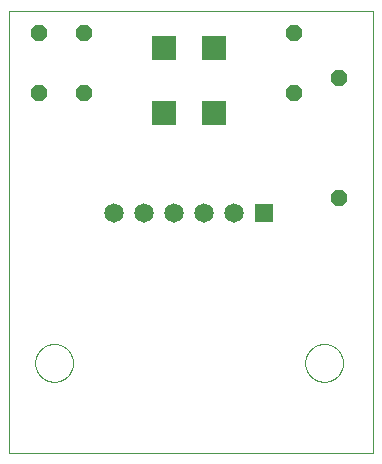
<source format=gtl>
G75*
%MOIN*%
%OFA0B0*%
%FSLAX25Y25*%
%IPPOS*%
%LPD*%
%AMOC8*
5,1,8,0,0,1.08239X$1,22.5*
%
%ADD10C,0.00000*%
%ADD11OC8,0.05200*%
%ADD12R,0.08268X0.08268*%
%ADD13R,0.06457X0.06457*%
%ADD14C,0.06457*%
D10*
X0003531Y0001800D02*
X0003531Y0149261D01*
X0124732Y0149261D01*
X0124732Y0001800D01*
X0003531Y0001800D01*
X0012232Y0031800D02*
X0012234Y0031958D01*
X0012240Y0032116D01*
X0012250Y0032274D01*
X0012264Y0032432D01*
X0012282Y0032589D01*
X0012303Y0032746D01*
X0012329Y0032902D01*
X0012359Y0033058D01*
X0012392Y0033213D01*
X0012430Y0033366D01*
X0012471Y0033519D01*
X0012516Y0033671D01*
X0012565Y0033822D01*
X0012618Y0033971D01*
X0012674Y0034119D01*
X0012734Y0034265D01*
X0012798Y0034410D01*
X0012866Y0034553D01*
X0012937Y0034695D01*
X0013011Y0034835D01*
X0013089Y0034972D01*
X0013171Y0035108D01*
X0013255Y0035242D01*
X0013344Y0035373D01*
X0013435Y0035502D01*
X0013530Y0035629D01*
X0013627Y0035754D01*
X0013728Y0035876D01*
X0013832Y0035995D01*
X0013939Y0036112D01*
X0014049Y0036226D01*
X0014162Y0036337D01*
X0014277Y0036446D01*
X0014395Y0036551D01*
X0014516Y0036653D01*
X0014639Y0036753D01*
X0014765Y0036849D01*
X0014893Y0036942D01*
X0015023Y0037032D01*
X0015156Y0037118D01*
X0015291Y0037202D01*
X0015427Y0037281D01*
X0015566Y0037358D01*
X0015707Y0037430D01*
X0015849Y0037500D01*
X0015993Y0037565D01*
X0016139Y0037627D01*
X0016286Y0037685D01*
X0016435Y0037740D01*
X0016585Y0037791D01*
X0016736Y0037838D01*
X0016888Y0037881D01*
X0017041Y0037920D01*
X0017196Y0037956D01*
X0017351Y0037987D01*
X0017507Y0038015D01*
X0017663Y0038039D01*
X0017820Y0038059D01*
X0017978Y0038075D01*
X0018135Y0038087D01*
X0018294Y0038095D01*
X0018452Y0038099D01*
X0018610Y0038099D01*
X0018768Y0038095D01*
X0018927Y0038087D01*
X0019084Y0038075D01*
X0019242Y0038059D01*
X0019399Y0038039D01*
X0019555Y0038015D01*
X0019711Y0037987D01*
X0019866Y0037956D01*
X0020021Y0037920D01*
X0020174Y0037881D01*
X0020326Y0037838D01*
X0020477Y0037791D01*
X0020627Y0037740D01*
X0020776Y0037685D01*
X0020923Y0037627D01*
X0021069Y0037565D01*
X0021213Y0037500D01*
X0021355Y0037430D01*
X0021496Y0037358D01*
X0021635Y0037281D01*
X0021771Y0037202D01*
X0021906Y0037118D01*
X0022039Y0037032D01*
X0022169Y0036942D01*
X0022297Y0036849D01*
X0022423Y0036753D01*
X0022546Y0036653D01*
X0022667Y0036551D01*
X0022785Y0036446D01*
X0022900Y0036337D01*
X0023013Y0036226D01*
X0023123Y0036112D01*
X0023230Y0035995D01*
X0023334Y0035876D01*
X0023435Y0035754D01*
X0023532Y0035629D01*
X0023627Y0035502D01*
X0023718Y0035373D01*
X0023807Y0035242D01*
X0023891Y0035108D01*
X0023973Y0034972D01*
X0024051Y0034835D01*
X0024125Y0034695D01*
X0024196Y0034553D01*
X0024264Y0034410D01*
X0024328Y0034265D01*
X0024388Y0034119D01*
X0024444Y0033971D01*
X0024497Y0033822D01*
X0024546Y0033671D01*
X0024591Y0033519D01*
X0024632Y0033366D01*
X0024670Y0033213D01*
X0024703Y0033058D01*
X0024733Y0032902D01*
X0024759Y0032746D01*
X0024780Y0032589D01*
X0024798Y0032432D01*
X0024812Y0032274D01*
X0024822Y0032116D01*
X0024828Y0031958D01*
X0024830Y0031800D01*
X0024828Y0031642D01*
X0024822Y0031484D01*
X0024812Y0031326D01*
X0024798Y0031168D01*
X0024780Y0031011D01*
X0024759Y0030854D01*
X0024733Y0030698D01*
X0024703Y0030542D01*
X0024670Y0030387D01*
X0024632Y0030234D01*
X0024591Y0030081D01*
X0024546Y0029929D01*
X0024497Y0029778D01*
X0024444Y0029629D01*
X0024388Y0029481D01*
X0024328Y0029335D01*
X0024264Y0029190D01*
X0024196Y0029047D01*
X0024125Y0028905D01*
X0024051Y0028765D01*
X0023973Y0028628D01*
X0023891Y0028492D01*
X0023807Y0028358D01*
X0023718Y0028227D01*
X0023627Y0028098D01*
X0023532Y0027971D01*
X0023435Y0027846D01*
X0023334Y0027724D01*
X0023230Y0027605D01*
X0023123Y0027488D01*
X0023013Y0027374D01*
X0022900Y0027263D01*
X0022785Y0027154D01*
X0022667Y0027049D01*
X0022546Y0026947D01*
X0022423Y0026847D01*
X0022297Y0026751D01*
X0022169Y0026658D01*
X0022039Y0026568D01*
X0021906Y0026482D01*
X0021771Y0026398D01*
X0021635Y0026319D01*
X0021496Y0026242D01*
X0021355Y0026170D01*
X0021213Y0026100D01*
X0021069Y0026035D01*
X0020923Y0025973D01*
X0020776Y0025915D01*
X0020627Y0025860D01*
X0020477Y0025809D01*
X0020326Y0025762D01*
X0020174Y0025719D01*
X0020021Y0025680D01*
X0019866Y0025644D01*
X0019711Y0025613D01*
X0019555Y0025585D01*
X0019399Y0025561D01*
X0019242Y0025541D01*
X0019084Y0025525D01*
X0018927Y0025513D01*
X0018768Y0025505D01*
X0018610Y0025501D01*
X0018452Y0025501D01*
X0018294Y0025505D01*
X0018135Y0025513D01*
X0017978Y0025525D01*
X0017820Y0025541D01*
X0017663Y0025561D01*
X0017507Y0025585D01*
X0017351Y0025613D01*
X0017196Y0025644D01*
X0017041Y0025680D01*
X0016888Y0025719D01*
X0016736Y0025762D01*
X0016585Y0025809D01*
X0016435Y0025860D01*
X0016286Y0025915D01*
X0016139Y0025973D01*
X0015993Y0026035D01*
X0015849Y0026100D01*
X0015707Y0026170D01*
X0015566Y0026242D01*
X0015427Y0026319D01*
X0015291Y0026398D01*
X0015156Y0026482D01*
X0015023Y0026568D01*
X0014893Y0026658D01*
X0014765Y0026751D01*
X0014639Y0026847D01*
X0014516Y0026947D01*
X0014395Y0027049D01*
X0014277Y0027154D01*
X0014162Y0027263D01*
X0014049Y0027374D01*
X0013939Y0027488D01*
X0013832Y0027605D01*
X0013728Y0027724D01*
X0013627Y0027846D01*
X0013530Y0027971D01*
X0013435Y0028098D01*
X0013344Y0028227D01*
X0013255Y0028358D01*
X0013171Y0028492D01*
X0013089Y0028628D01*
X0013011Y0028765D01*
X0012937Y0028905D01*
X0012866Y0029047D01*
X0012798Y0029190D01*
X0012734Y0029335D01*
X0012674Y0029481D01*
X0012618Y0029629D01*
X0012565Y0029778D01*
X0012516Y0029929D01*
X0012471Y0030081D01*
X0012430Y0030234D01*
X0012392Y0030387D01*
X0012359Y0030542D01*
X0012329Y0030698D01*
X0012303Y0030854D01*
X0012282Y0031011D01*
X0012264Y0031168D01*
X0012250Y0031326D01*
X0012240Y0031484D01*
X0012234Y0031642D01*
X0012232Y0031800D01*
X0102232Y0031800D02*
X0102234Y0031958D01*
X0102240Y0032116D01*
X0102250Y0032274D01*
X0102264Y0032432D01*
X0102282Y0032589D01*
X0102303Y0032746D01*
X0102329Y0032902D01*
X0102359Y0033058D01*
X0102392Y0033213D01*
X0102430Y0033366D01*
X0102471Y0033519D01*
X0102516Y0033671D01*
X0102565Y0033822D01*
X0102618Y0033971D01*
X0102674Y0034119D01*
X0102734Y0034265D01*
X0102798Y0034410D01*
X0102866Y0034553D01*
X0102937Y0034695D01*
X0103011Y0034835D01*
X0103089Y0034972D01*
X0103171Y0035108D01*
X0103255Y0035242D01*
X0103344Y0035373D01*
X0103435Y0035502D01*
X0103530Y0035629D01*
X0103627Y0035754D01*
X0103728Y0035876D01*
X0103832Y0035995D01*
X0103939Y0036112D01*
X0104049Y0036226D01*
X0104162Y0036337D01*
X0104277Y0036446D01*
X0104395Y0036551D01*
X0104516Y0036653D01*
X0104639Y0036753D01*
X0104765Y0036849D01*
X0104893Y0036942D01*
X0105023Y0037032D01*
X0105156Y0037118D01*
X0105291Y0037202D01*
X0105427Y0037281D01*
X0105566Y0037358D01*
X0105707Y0037430D01*
X0105849Y0037500D01*
X0105993Y0037565D01*
X0106139Y0037627D01*
X0106286Y0037685D01*
X0106435Y0037740D01*
X0106585Y0037791D01*
X0106736Y0037838D01*
X0106888Y0037881D01*
X0107041Y0037920D01*
X0107196Y0037956D01*
X0107351Y0037987D01*
X0107507Y0038015D01*
X0107663Y0038039D01*
X0107820Y0038059D01*
X0107978Y0038075D01*
X0108135Y0038087D01*
X0108294Y0038095D01*
X0108452Y0038099D01*
X0108610Y0038099D01*
X0108768Y0038095D01*
X0108927Y0038087D01*
X0109084Y0038075D01*
X0109242Y0038059D01*
X0109399Y0038039D01*
X0109555Y0038015D01*
X0109711Y0037987D01*
X0109866Y0037956D01*
X0110021Y0037920D01*
X0110174Y0037881D01*
X0110326Y0037838D01*
X0110477Y0037791D01*
X0110627Y0037740D01*
X0110776Y0037685D01*
X0110923Y0037627D01*
X0111069Y0037565D01*
X0111213Y0037500D01*
X0111355Y0037430D01*
X0111496Y0037358D01*
X0111635Y0037281D01*
X0111771Y0037202D01*
X0111906Y0037118D01*
X0112039Y0037032D01*
X0112169Y0036942D01*
X0112297Y0036849D01*
X0112423Y0036753D01*
X0112546Y0036653D01*
X0112667Y0036551D01*
X0112785Y0036446D01*
X0112900Y0036337D01*
X0113013Y0036226D01*
X0113123Y0036112D01*
X0113230Y0035995D01*
X0113334Y0035876D01*
X0113435Y0035754D01*
X0113532Y0035629D01*
X0113627Y0035502D01*
X0113718Y0035373D01*
X0113807Y0035242D01*
X0113891Y0035108D01*
X0113973Y0034972D01*
X0114051Y0034835D01*
X0114125Y0034695D01*
X0114196Y0034553D01*
X0114264Y0034410D01*
X0114328Y0034265D01*
X0114388Y0034119D01*
X0114444Y0033971D01*
X0114497Y0033822D01*
X0114546Y0033671D01*
X0114591Y0033519D01*
X0114632Y0033366D01*
X0114670Y0033213D01*
X0114703Y0033058D01*
X0114733Y0032902D01*
X0114759Y0032746D01*
X0114780Y0032589D01*
X0114798Y0032432D01*
X0114812Y0032274D01*
X0114822Y0032116D01*
X0114828Y0031958D01*
X0114830Y0031800D01*
X0114828Y0031642D01*
X0114822Y0031484D01*
X0114812Y0031326D01*
X0114798Y0031168D01*
X0114780Y0031011D01*
X0114759Y0030854D01*
X0114733Y0030698D01*
X0114703Y0030542D01*
X0114670Y0030387D01*
X0114632Y0030234D01*
X0114591Y0030081D01*
X0114546Y0029929D01*
X0114497Y0029778D01*
X0114444Y0029629D01*
X0114388Y0029481D01*
X0114328Y0029335D01*
X0114264Y0029190D01*
X0114196Y0029047D01*
X0114125Y0028905D01*
X0114051Y0028765D01*
X0113973Y0028628D01*
X0113891Y0028492D01*
X0113807Y0028358D01*
X0113718Y0028227D01*
X0113627Y0028098D01*
X0113532Y0027971D01*
X0113435Y0027846D01*
X0113334Y0027724D01*
X0113230Y0027605D01*
X0113123Y0027488D01*
X0113013Y0027374D01*
X0112900Y0027263D01*
X0112785Y0027154D01*
X0112667Y0027049D01*
X0112546Y0026947D01*
X0112423Y0026847D01*
X0112297Y0026751D01*
X0112169Y0026658D01*
X0112039Y0026568D01*
X0111906Y0026482D01*
X0111771Y0026398D01*
X0111635Y0026319D01*
X0111496Y0026242D01*
X0111355Y0026170D01*
X0111213Y0026100D01*
X0111069Y0026035D01*
X0110923Y0025973D01*
X0110776Y0025915D01*
X0110627Y0025860D01*
X0110477Y0025809D01*
X0110326Y0025762D01*
X0110174Y0025719D01*
X0110021Y0025680D01*
X0109866Y0025644D01*
X0109711Y0025613D01*
X0109555Y0025585D01*
X0109399Y0025561D01*
X0109242Y0025541D01*
X0109084Y0025525D01*
X0108927Y0025513D01*
X0108768Y0025505D01*
X0108610Y0025501D01*
X0108452Y0025501D01*
X0108294Y0025505D01*
X0108135Y0025513D01*
X0107978Y0025525D01*
X0107820Y0025541D01*
X0107663Y0025561D01*
X0107507Y0025585D01*
X0107351Y0025613D01*
X0107196Y0025644D01*
X0107041Y0025680D01*
X0106888Y0025719D01*
X0106736Y0025762D01*
X0106585Y0025809D01*
X0106435Y0025860D01*
X0106286Y0025915D01*
X0106139Y0025973D01*
X0105993Y0026035D01*
X0105849Y0026100D01*
X0105707Y0026170D01*
X0105566Y0026242D01*
X0105427Y0026319D01*
X0105291Y0026398D01*
X0105156Y0026482D01*
X0105023Y0026568D01*
X0104893Y0026658D01*
X0104765Y0026751D01*
X0104639Y0026847D01*
X0104516Y0026947D01*
X0104395Y0027049D01*
X0104277Y0027154D01*
X0104162Y0027263D01*
X0104049Y0027374D01*
X0103939Y0027488D01*
X0103832Y0027605D01*
X0103728Y0027724D01*
X0103627Y0027846D01*
X0103530Y0027971D01*
X0103435Y0028098D01*
X0103344Y0028227D01*
X0103255Y0028358D01*
X0103171Y0028492D01*
X0103089Y0028628D01*
X0103011Y0028765D01*
X0102937Y0028905D01*
X0102866Y0029047D01*
X0102798Y0029190D01*
X0102734Y0029335D01*
X0102674Y0029481D01*
X0102618Y0029629D01*
X0102565Y0029778D01*
X0102516Y0029929D01*
X0102471Y0030081D01*
X0102430Y0030234D01*
X0102392Y0030387D01*
X0102359Y0030542D01*
X0102329Y0030698D01*
X0102303Y0030854D01*
X0102282Y0031011D01*
X0102264Y0031168D01*
X0102250Y0031326D01*
X0102240Y0031484D01*
X0102234Y0031642D01*
X0102232Y0031800D01*
D11*
X0113531Y0086800D03*
X0098531Y0121800D03*
X0098531Y0141800D03*
X0113531Y0126800D03*
X0028531Y0121800D03*
X0028531Y0141800D03*
X0013531Y0141800D03*
X0013531Y0121800D03*
D12*
X0055263Y0115146D03*
X0071799Y0115146D03*
X0071799Y0136800D03*
X0055263Y0136800D03*
D13*
X0088531Y0081800D03*
D14*
X0078531Y0081800D03*
X0068531Y0081800D03*
X0058531Y0081800D03*
X0048531Y0081800D03*
X0038531Y0081800D03*
M02*

</source>
